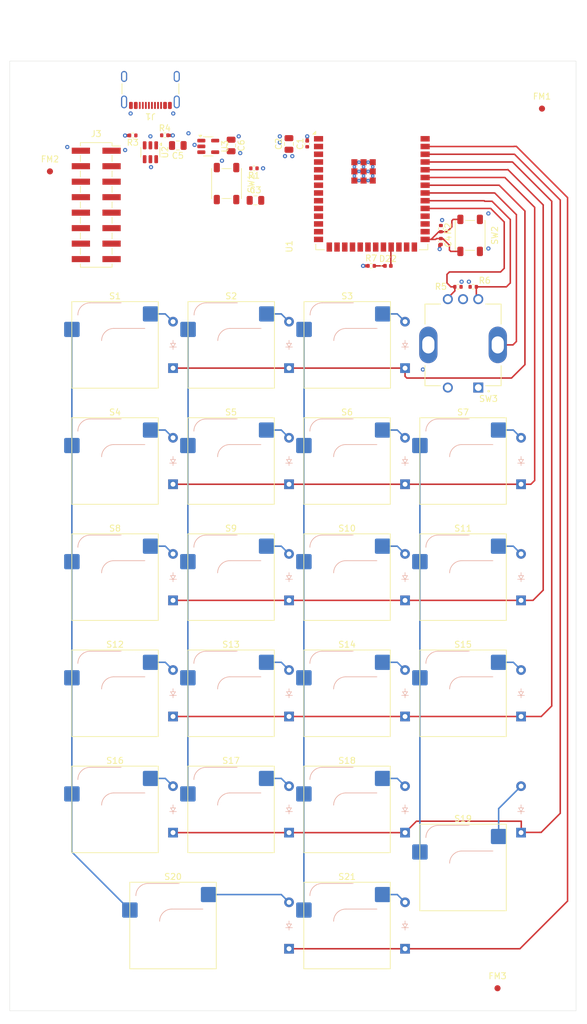
<source format=kicad_pcb>
(kicad_pcb (version 20240108) (generator "pcbnew") (generator_version "8.0")
  (layers (0 "F.Cu" signal) (1 "In1.Cu" signal) (2 "In2.Cu" signal) (31 "B.Cu" signal) (34 "B.Paste" user) (35 "F.Paste" user) (36 "B.SilkS" user "B.Silkscreen") (37 "F.SilkS" user "F.Silkscreen") (38 "B.Mask" user) (39 "F.Mask" user) (44 "Edge.Cuts" user))
  (net 0 "")
  (net 1 "GND")
  (net 2 "+3V3")
  (net 3 "/ESP32_EN")
  (net 4 "/ESP32_BOOT")
  (net 5 "/5V_IN")
  (net 6 "/Row_0")
  (net 7 "Net-(D1-A)")
  (net 8 "Net-(D2-A)")
  (net 9 "Net-(D3-A)")
  (net 10 "/Row_1")
  (net 11 "Net-(D4-A)")
  (net 12 "Net-(D5-A)")
  (net 13 "Net-(D6-A)")
  (net 14 "Net-(D7-A)")
  (net 15 "/Row_2")
  (net 16 "Net-(D8-A)")
  (net 17 "Net-(D9-A)")
  (net 18 "Net-(D10-A)")
  (net 19 "Net-(D11-A)")
  (net 20 "/Row_3")
  (net 21 "Net-(D12-A)")
  (net 22 "Net-(D13-A)")
  (net 23 "Net-(D14-A)")
  (net 24 "Net-(D15-A)")
  (net 25 "Net-(D16-A)")
  (net 26 "/Row_4")
  (net 27 "Net-(D17-A)")
  (net 28 "Net-(D18-A)")
  (net 29 "Net-(D19-A)")
  (net 30 "/Row_5")
  (net 31 "Net-(D20-A)")
  (net 32 "Net-(D21-A)")
  (net 33 "/LED_A")
  (net 34 "/LED_K")
  (net 35 "/USBC_D-")
  (net 36 "/USBC_D+")
  (net 37 "/USBC_CC2")
  (net 38 "/USB_CC1")
  (net 50 "/RE_B")
  (net 51 "/RE_A")
  (net 52 "/Col_0")
  (net 53 "/Col_1")
  (net 54 "/Col_2")
  (net 55 "/Col_3")
  (net 56 "/RE_SW")
  (net 61 "/ESP32_D+")
  (net 64 "/ESP32_D-")
  (net 67 "/SPI_MOSI")
  (net 68 "/SPI_SCLK")
  (net 69 "/SPI_CS")
  (net 70 "/SPI_DC")
  (net 71 "/SPI_RST")
  (footprint "Macropad_Libs:XDCR_PEC11R-4215F-S0024" (layer "F.Cu") (at 106.83875 80.9625 180)
    (property "Reference" "SW3")
    (property "Value" "RotaryEncoder_Switch")
  )
  (footprint "Button_Switch_SMD:SW_SPST_PTS647_Sx50" (layer "F.Cu") (at 108 63 -90)
    (property "Reference" "SW2")
    (property "Value" "BOOT")
  )
  (footprint "Connector_PinSocket_2.54mm:PinSocket_2x08_P2.54mm_Vertical_SMD" (layer "F.Cu") (at 46.6 58)
    (property "Reference" "J3")
    (property "Value" "2x8 GPIO for SPI")
  )
  (footprint "ScottoKeebs_Hotswap:Hotswap_MX_1.00u" (layer "F.Cu") (at 49.68875 119.0625)
    (property "Reference" "S8")
    (property "Value" "Keyswitch")
  )
  (footprint "Button_Switch_SMD:SW_SPST_PTS647_Sx50" (layer "F.Cu") (at 68 54.5 -90)
    (property "Reference" "SW1")
    (property "Value" "RESET")
  )
  (footprint "Package_TO_SOT_SMD:SOT-23-6" (layer "F.Cu") (at 55.5 49.3625 -90)
    (property "Reference" "U2")
    (property "Value" "USBLC6-2SC6")
  )
  (footprint "ScottoKeebs_Hotswap:Hotswap_MX_1.00u" (layer "F.Cu") (at 49.68875 80.9625)
    (property "Reference" "S1")
    (property "Value" "Keyswitch")
  )
  (footprint "Resistor_SMD:R_0402_1005Metric" (layer "F.Cu") (at 52.6 46.6 180)
    (property "Reference" "R3")
    (property "Value" "5k1")
  )
  (footprint "ScottoKeebs_Hotswap:Hotswap_MX_1.00u" (layer "F.Cu") (at 87.78875 176.2125)
    (property "Reference" "S21")
    (property "Value" "Keyswitch")
  )
  (footprint "RF_Module:ESP32-S3-WROOM-2" (layer "F.Cu") (at 91.86 52.41)
    (property "Reference" "U1")
    (property "Value" "ESP32-S3-WROOM-2")
  )
  (footprint "Fiducial:Fiducial_1mm_Mask2mm" (layer "F.Cu") (at 119.8 42.2)
    (property "Reference" "FM1")
    (property "Value" "Fiducial")
  )
  (footprint "Capacitor_SMD:C_0805_2012Metric" (layer "F.Cu") (at 72.75 57.25)
    (property "Reference" "C3")
    (property "Value" "1uF")
  )
  (footprint "Resistor_SMD:R_0402_1005Metric" (layer "F.Cu") (at 57.8625 46.58125)
    (property "Reference" "R4")
    (property "Value" "5k1")
  )
  (footprint "Fiducial:Fiducial_1mm_Mask2mm" (layer "F.Cu") (at 112.5 186.5)
    (property "Reference" "FM3")
    (property "Value" "Fiducial")
  )
  (footprint "ScottoKeebs_Hotswap:Hotswap_MX_1.00u" (layer "F.Cu") (at 87.81875 80.9625)
    (property "Reference" "S3")
    (property "Value" "Keyswitch")
  )
  (footprint "Resistor_SMD:R_0402_1005Metric" (layer "F.Cu") (at 108.51 71.4375)
    (property "Reference" "R6")
    (property "Value" "10k")
  )
  (footprint "Capacitor_SMD:C_0805_2012Metric" (layer "F.Cu") (at 68.75 48.25 -90)
    (property "Reference" "C6")
    (property "Value" "1uF")
  )
  (footprint "MountingHole:MountingHole_2.2mm_M2" (layer "F.Cu") (at 119.6 47.95)
    (property "Reference" "H1" (hide yes))
    (property "Value" "MountingHole")
  )
  (footprint "Resistor_SMD:R_0402_1005Metric" (layer "F.Cu") (at 103.2 61.89 -90)
    (property "Reference" "R2")
    (property "Value" "10k")
  )
  (footprint "MountingHole:MountingHole_2.2mm_M2" (layer "F.Cu") (at 37 48)
    (property "Reference" "H2" (hide yes))
    (property "Value" "MountingHole")
  )
  (footprint "Capacitor_SMD:C_0805_2012Metric" (layer "F.Cu") (at 60 48.25 180)
    (property "Reference" "C5")
    (property "Value" "1uF")
  )
  (footprint "ScottoKeebs_Hotswap:Hotswap_MX_1.00u" (layer "F.Cu") (at 49.68875 138.1125)
    (property "Reference" "S12")
    (property "Value" "Keyswitch")
  )
  (footprint "MountingHole:MountingHole_2.2mm_M2" (layer "F.Cu") (at 37 186.5)
    (property "Reference" "H4" (hide yes))
    (property "Value" "MountingHole")
  )
  (footprint "ScottoKeebs_Hotswap:Hotswap_MX_1.00u" (layer "F.Cu") (at 87.78875 138.1125)
    (property "Reference" "S14")
    (property "Value" "Keyswitch")
  )
  (footprint "LED_SMD:LED_0402_1005Metric" (layer "F.Cu") (at 94.5 68)
    (property "Reference" "D22")
    (property "Value" "LED")
  )
  (footprint "ScottoKeebs_Hotswap:Hotswap_MX_1.00u" (layer "F.Cu") (at 87.78875 100.0125)
    (property "Reference" "S6")
    (property "Value" "Keyswitch")
  )
  (footprint "ScottoKeebs_Hotswap:Hotswap_MX_1.00u" (layer "F.Cu") (at 106.83875 100.0125)
    (property "Reference" "S7")
    (property "Value" "Keyswitch")
  )
  (footprint "Package_TO_SOT_SMD:SOT-23-5" (layer "F.Cu") (at 65 48.4)
    (property "Reference" "U3")
    (property "Value" "MIC5365-3.3YD5")
  )
  (footprint "Resistor_SMD:R_0402_1005Metric" (layer "F.Cu") (at 106 71.4375)
    (property "Reference" "R5")
    (property "Value" "10k")
  )
  (footprint "ScottoKeebs_Hotswap:Hotswap_MX_1.00u" (layer "F.Cu") (at 68.73875 138.1125)
    (property "Reference" "S13")
    (property "Value" "Keyswitch")
  )
  (footprint "Capacitor_SMD:C_0805_2012Metric" (layer "F.Cu") (at 78.25 48 90)
    (property "Reference" "C2")
    (property "Value" "10uF")
  )
  (footprint "ScottoKeebs_Hotswap:Hotswap_MX_1.00u" (layer "F.Cu") (at 106.83875 119.0625)
    (property "Reference" "S11")
    (property "Value" "Keyswitch")
  )
  (footprint "ScottoKeebs_Hotswap:Hotswap_MX_1.00u" (layer "F.Cu") (at 68.76875 80.9625)
    (property "Reference" "S2")
    (property "Value" "Keyswitch")
  )
  (footprint "ScottoKeebs_Hotswap:Hotswap_MX_1.00u" (layer "F.Cu") (at 49.68875 100.0125)
    (property "Reference" "S4")
    (property "Value" "Keyswitch")
  )
  (footprint "ScottoKeebs_Hotswap:Hotswap_MX_1.00u" (layer "F.Cu") (at 68.73875 100.0125)
    (property "Reference" "S5")
    (property "Value" "Keyswitch")
  )
  (footprint "Capacitor_SMD:C_0402_1005Metric" (layer "F.Cu") (at 81.25 47.98 90)
    (property "Reference" "C1")
    (property "Value" "0u1F")
  )
  (footprint "ScottoKeebs_Hotswap:Hotswap_MX_1.00u" (layer "F.Cu") (at 87.78875 157.1625)
    (property "Reference" "S18")
    (property "Value" "Keyswitch")
  )
  (footprint "ScottoKeebs_Hotswap:Hotswap_MX_2.00u" (layer "F.Cu") (at 59.21375 176.2125)
    (property "Reference" "S20")
    (property "Value" "Keyswitch")
  )
  (footprint "ScottoKeebs_Hotswap:Hotswap_MX_1.00u" (layer "F.Cu") (at 106.83875 138.1125)
    (property "Reference" "S15")
    (property "Value" "Keyswitch")
  )
  (footprint "ScottoKeebs_Hotswap:Hotswap_MX_1.00u" (layer "F.Cu") (at 68.73875 157.1625)
    (property "Reference" "S17")
    (property "Value" "Keyswitch")
  )
  (footprint "ScottoKeebs_Hotswap:Hotswap_MX_1.00u" (layer "F.Cu") (at 68.73875 119.0625)
    (property "Reference" "S9")
    (property "Value" "Keyswitch")
  )
  (footprint "ScottoKeebs_Hotswap:Hotswap_MX_1.00u" (layer "F.Cu") (at 87.78875 119.0625)
    (property "Reference" "S10")
    (property "Value" "Keyswitch")
  )
  (footprint "Connector_USB:USB_C_Receptacle_GCT_USB4105-xx-A_16P_TopMnt_Horizontal" (layer "F.Cu") (at 55.5 38 180)
    (property "Reference" "J1")
    (property "Value" "USB_C_Receptacle_USB2.0_16P")
  )
  (footprint "ScottoKeebs_Hotswap:Hotswap_MX_1.00u" (layer "F.Cu") (at 49.68875 157.1625)
    (property "Reference" "S16")
    (property "Value" "Keyswitch")
  )
  (footprint "Resistor_SMD:R_0402_1005Metric" (layer "F.Cu") (at 72.5 52 180)
    (property "Reference" "R1")
    (property "Value" "10k")
  )
  (footprint "ScottoKeebs_Hotswap:Hotswap_MX_2.00u_90deg" (layer "F.Cu") (at 106.83875 166.6875)
    (property "Reference" "S19")
    (property "Value" "Keyswitch")
  )
  (footprint "Fiducial:Fiducial_1mm_Mask2mm" (layer "F.Cu") (at 39 52.5)
    (property "Reference" "FM2")
    (property "Value" "Fiducial")
  )
  (footprint "Resistor_SMD:R_0402_1005Metric" (layer "F.Cu") (at 91.75 68 180)
    (property "Reference" "R7")
    (property "Value" "220R")
  )
  (footprint "MountingHole:MountingHole_2.2mm_M2" (layer "F.Cu") (at 119.6 186.45)
    (property "Reference" "H3" (hide yes))
    (property "Value" "MountingHole")
  )
  (footprint "Capacitor_SMD:C_0402_1005Metric" (layer "F.Cu") (at 103.2 64 90)
    (property "Reference" "C4")
    (property "Value" "0u1F")
  )
  (footprint "ScottoKeebs_Components:Diode_DO-35" (layer "B.Cu") (at 59.21375 160.9725 90)
    (property "Reference" "D16" (hide yes))
    (property "Value" "D" (hide yes))
  )
  (footprint "ScottoKeebs_Components:Diode_DO-35" (layer "B.Cu") (at 78.26375 103.8225 90)
    (property "Reference" "D5" (hide yes))
    (property "Value" "D" (hide yes))
  )
  (footprint "ScottoKeebs_Components:Diode_DO-35" (layer "B.Cu") (at 97.31375 141.9225 90)
    (property "Reference" "D14" (hide yes))
    (property "Value" "D" (hide yes))
  )
  (footprint "ScottoKeebs_Components:Diode_DO-35" (layer "B.Cu") (at 78.26375 122.8725 90)
    (property "Reference" "D9" (hide yes))
    (property "Value" "D" (hide yes))
  )
  (footprint "ScottoKeebs_Components:Diode_DO-35" (layer "B.Cu") (at 59.21375 103.8225 90)
    (property "Reference" "D4" (hide yes))
    (property "Value" "D" (hide yes))
  )
  (footprint "ScottoKeebs_Components:Diode_DO-35" (layer "B.Cu") (at 59.21375 84.7725 90)
    (property "Reference" "D1" (hide yes))
    (property "Value" "D" (hide yes))
  )
  (footprint "ScottoKeebs_Components:Diode_DO-35" (layer "B.Cu") (at 78.26375 160.9725 90)
    (property "Reference" "D17" (hide yes))
    (property "Value" "D" (hide yes))
  )
  (footprint "ScottoKeebs_Components:Diode_DO-35" (layer "B.Cu") (at 116.36375 160.9725 90)
    (property "Reference" "D19" (hide yes))
    (property "Value" "D" (hide yes))
  )
  (footprint "ScottoKeebs_Components:Diode_DO-35" (layer "B.Cu") (at 97.31375 103.8225 90)
    (property "Reference" "D6" (hide yes))
    (property "Value" "D" (hide yes))
  )
  (footprint "ScottoKeebs_Components:Diode_DO-35" (layer "B.Cu") (at 97.31375 122.8725 90)
    (property "Reference" "D10" (hide yes))
    (property "Value" "D" (hide yes))
  )
  (footprint "ScottoKeebs_Components:Diode_DO-35" (layer "B.Cu") (at 78.26375 180.0225 90)
    (property "Reference" "D20" (hide yes))
    (property "Value" "D" (hide yes))
  )
  (footprint "ScottoKeebs_Components:Diode_DO-35" (layer "B.Cu") (at 97.31375 180.0225 90)
    (property "Reference" "D21" (hide yes))
    (property "Value" "D" (hide yes))
  )
  (footprint "ScottoKeebs_Components:Diode_DO-35" (layer "B.Cu") (at 78.26375 84.7725 90)
    (property "Reference" "D2" (hide yes))
    (property "Value" "D" (hide yes))
  )
  (footprint "ScottoKeebs_Components:Diode_DO-35" (layer "B.Cu") (at 97.31375 84.7725 90)
    (property "Reference" "D3" (hide yes))
    (property "Value" "D" (hide yes))
  )
  (footprint "ScottoKeebs_Components:Diode_DO-35" (layer "B.Cu") (at 59.21375 122.8725 90)
    (property "Reference" "D8" (hide yes))
    (property "Value" "D" (hide yes))
  )
  (footprint "ScottoKeebs_Components:Diode_DO-35" (layer "B.Cu") (at 116.36375 141.9225 90)
    (property "Reference" "D15" (hide yes))
    (property "Value" "D" (hide yes))
  )
  (footprint "ScottoKeebs_Components:Diode_DO-35" (layer "B.Cu") (at 59.21375 141.9225 90)
    (property "Reference" "D12" (hide yes))
    (property "Value" "D" (hide yes))
  )
  (footprint "ScottoKeebs_Components:Diode_DO-35" (layer "B.Cu") (at 116.36375 122.8725 90)
    (property "Reference" "D11" (hide yes))
    (property "Value" "D" (hide yes))
  )
  (footprint "ScottoKeebs_Components:Diode_DO-35" (layer "B.Cu") (at 116.36375 103.8225 90)
    (property "Reference" "D7" (hide yes))
    (property "Value" "D" (hide yes))
  )
  (footprint "ScottoKeebs_Components:Diode_DO-35" (layer "B.Cu") (at 97.31375 160.9725 90)
    (property "Reference" "D18" (hide yes))
    (property "Value" "D" (hide yes))
  )
  (footprint "ScottoKeebs_Components:Diode_DO-35" (layer "B.Cu") (at 78.26375 141.9225 90)
    (property "Reference" "D13" (hide yes))
    (property "Value" "D" (hide yes))
  )
  (gr_rect (start 32.4 34.4) (end 125.4 190.2) (stroke (width 0.05)) (fill none) (layer "Edge.Cuts"))
  (segment (start 103 64.5) (end 103 65.25) (width 0.5) (layer "F.Cu") (net 1))
  (segment (start 52.0875 46.61875) (end 51.3375 46.61875) (width 0.5) (layer "F.Cu") (net 1))
  (segment (start 58.425 46.6) (end 59.175 46.6) (width 0.5) (layer "F.Cu") (net 1))
  (segment (start 81.25 47.5) (end 81.25 46.75) (width 0.5) (layer "F.Cu") (net 1))
  (segment (start 91.175 68) (end 90.425 68) (width 0.5) (layer "F.Cu") (net 1))
  (via (at 70.25 49.5) (size 0.7) (drill 0.3) (layers "F.Cu" "B.Cu") (net 1))
  (via (at 90.425 68) (size 0.7) (drill 0.3) (layers "F.Cu" "B.Cu") (net 1))
  (via (at 81.25 46.75) (size 0.7) (drill 0.3) (layers "F.Cu" "B.Cu") (net 1))
  (via (at 59.175 46.6) (size 0.7) (drill 0.3) (layers "F.Cu" "B.Cu") (net 1))
  (via (at 51.35 49) (size 0.7) (drill 0.3) (layers "F.Cu" "B.Cu") (net 1))
  (via (at 76.75 46.75) (size 0.7) (drill 0.3) (layers "F.Cu" "B.Cu") (net 1))
  (via (at 103 65.25) (size 0.7) (drill 0.3) (layers "F.Cu" "B.Cu") (net 1))
  (via (at 55.5 46.75) (size 0.7) (drill 0.3) (layers "F.Cu" "B.Cu") (net 1))
  (via (at 51.3375 46.61875) (size 0.7) (drill 0.3) (layers "F.Cu" "B.Cu") (net 1))
  (via (at 111 65.15) (size 0.7) (drill 0.3) (layers "F.Cu" "B.Cu") (net 1))
  (via (at 76.75 47.75) (size 0.7) (drill 0.3) (layers "F.Cu" "B.Cu") (net 1))
  (via (at 100.25 85) (size 0.7) (drill 0.3) (layers "F.Cu" "B.Cu") (net 1))
  (via (at 61.75 46.25) (size 0.7) (drill 0.3) (layers "F.Cu" "B.Cu") (net 1))
  (via (at 62.75 48.15) (size 0.7) (drill 0.3) (layers "F.Cu" "B.Cu") (net 1))
  (via (at 52.25 43) (size 0.7) (drill 0.3) (layers "F.Cu" "B.Cu") (net 1))
  (via (at 67.25 50.75) (size 0.7) (drill 0.3) (layers "F.Cu" "B.Cu") (net 1))
  (via (at 111 59.4) (size 0.7) (drill 0.3) (layers "F.Cu" "B.Cu") (net 1))
  (via (at 59.25 43) (size 0.7) (drill 0.3) (layers "F.Cu" "B.Cu") (net 1))
  (via (at 78.8 50) (size 0.7) (drill 0.3) (layers "F.Cu" "B.Cu") (net 2))
  (via (at 70 46.75) (size 0.7) (drill 0.3) (layers "F.Cu" "B.Cu") (net 2))
  (via (at 74 52) (size 0.7) (drill 0.3) (layers "F.Cu" "B.Cu") (net 2))
  (via (at 77.6 50) (size 0.7) (drill 0.3) (layers "F.Cu" "B.Cu") (net 2))
  (via (at 41.85 48.5) (size 0.7) (drill 0.3) (layers "F.Cu" "B.Cu") (net 2))
  (via (at 106.6 70.6) (size 0.7) (drill 0.3) (layers "F.Cu" "B.Cu") (net 2))
  (via (at 107.8 70.6) (size 0.7) (drill 0.3) (layers "F.Cu" "B.Cu") (net 2))
  (via (at 103.4 60.49) (size 0.7) (drill 0.3) (layers "F.Cu" "B.Cu") (net 2))
  (segment (start 102.48 63.52) (end 102.34 63.66) (width 0.25) (layer "F.Cu") (net 4))
  (segment (start 106.4 60.375) (end 105.225 60.375) (width 0.25) (layer "F.Cu") (net 4))
  (segment (start 103.2 63.52) (end 102.48 63.52) (width 0.25) (layer "F.Cu") (net 4))
  (segment (start 105.225 60.375) (end 105 60.6) (width 0.25) (layer "F.Cu") (net 4))
  (segment (start 105 60.6) (end 105 61.6) (width 0.25) (layer "F.Cu") (net 4))
  (segment (start 104.6 65.4) (end 104.6 64.610001) (width 0.25) (layer "F.Cu") (net 4))
  (segment (start 102.86 62.4) (end 101.6 63.66) (width 0.25) (layer "F.Cu") (net 4))
  (segment (start 104.825 65.625) (end 104.6 65.4) (width 0.25) (layer "F.Cu") (net 4))
  (segment (start 103.509999 63.52) (end 103.2 63.52) (width 0.25) (layer "F.Cu") (net 4))
  (segment (start 103.2 62.4) (end 102.86 62.4) (width 0.25) (layer "F.Cu") (net 4))
  (segment (start 102.34 63.66) (end 100.61 63.66) (width 0.25) (layer "F.Cu") (net 4))
  (segment (start 104.6 64.610001) (end 103.509999 63.52) (width 0.25) (layer "F.Cu") (net 4))
  (segment (start 106.4 65.625) (end 104.825 65.625) (width 0.25) (layer "F.Cu") (net 4))
  (segment (start 101.6 63.66) (end 100.61 63.66) (width 0.25) (layer "F.Cu") (net 4))
  (segment (start 105 61.6) (end 104.2 62.4) (width 0.25) (layer "F.Cu") (net 4))
  (segment (start 104.2 62.4) (end 103.2 62.4) (width 0.25) (layer "F.Cu") (net 4))
  (via (at 55.6 51.8) (size 0.7) (drill 0.3) (layers "F.Cu" "B.Cu") (net 5))
  (segment (start 97.6 86.4) (end 114.8 86.4) (width 0.25) (layer "F.Cu") (net 6))
  (segment (start 97.31375 84.7725) (end 97.31375 86.11375) (width 0.25) (layer "F.Cu") (net 6))
  (segment (start 59.21375 84.7725) (end 78.26375 84.7725) (width 0.25) (layer "F.Cu") (net 6))
  (segment (start 117 59) (end 112.77 54.77) (width 0.25) (layer "F.Cu") (net 6))
  (segment (start 114.8 86.4) (end 117 84.2) (width 0.25) (layer "F.Cu") (net 6))
  (segment (start 78.26375 84.7725) (end 97.31375 84.7725) (width 0.25) (layer "F.Cu") (net 6))
  (segment (start 117 84.2) (end 117 59) (width 0.25) (layer "F.Cu") (net 6))
  (segment (start 112.77 54.77) (end 100.61 54.77) (width 0.25) (layer "F.Cu") (net 6))
  (segment (start 97.31375 86.11375) (end 97.6 86.4) (width 0.25) (layer "F.Cu") (net 6))
  (segment (start 57.94375 75.8825) (end 59.21375 77.1525) (width 0.25) (layer "B.Cu") (net 7))
  (segment (start 55.53075 75.8825) (end 57.94375 75.8825) (width 0.25) (layer "B.Cu") (net 7))
  (segment (start 76.99375 75.8825) (end 78.26375 77.1525) (width 0.25) (layer "B.Cu") (net 8))
  (segment (start 74.61075 75.8825) (end 76.99375 75.8825) (width 0.25) (layer "B.Cu") (net 8))
  (segment (start 96.04375 75.8825) (end 97.31375 77.1525) (width 0.25) (layer "B.Cu") (net 9))
  (segment (start 93.66075 75.8825) (end 96.04375 75.8825) (width 0.25) (layer "B.Cu") (net 9))
  (segment (start 78.26375 103.8225) (end 97.31375 103.8225) (width 0.25) (layer "F.Cu") (net 10))
  (segment (start 113.7 53.5) (end 100.61 53.5) (width 0.25) (layer "F.Cu") (net 10))
  (segment (start 118.6 103.2) (end 118.6 58.4) (width 0.25) (layer "F.Cu") (net 10))
  (segment (start 118.6 58.4) (end 113.7 53.5) (width 0.25) (layer "F.Cu") (net 10))
  (segment (start 59.21375 103.8225) (end 78.26375 103.8225) (width 0.25) (layer "F.Cu") (net 10))
  (segment (start 97.31375 103.8225) (end 116.36375 103.8225) (width 0.25) (layer "F.Cu") (net 10))
  (segment (start 116.36375 103.8225) (end 117.9775 103.8225) (width 0.25) (layer "F.Cu") (net 10))
  (segment (start 117.9775 103.8225) (end 118.6 103.2) (width 0.25) (layer "F.Cu") (net 10))
  (segment (start 57.94375 94.9325) (end 59.21375 96.2025) (width 0.25) (layer "B.Cu") (net 11))
  (segment (start 55.53075 94.9325) (end 57.94375 94.9325) (width 0.25) (layer "B.Cu") (net 11))
  (segment (start 76.99375 94.9325) (end 78.26375 96.2025) (width 0.25) (layer "B.Cu") (net 12))
  (segment (start 74.58075 94.9325) (end 76.99375 94.9325) (width 0.25) (layer "B.Cu") (net 12))
  (segment (start 93.63075 94.9325) (end 96.04375 94.9325) (width 0.25) (layer "B.Cu") (net 13))
  (segment (start 96.04375 94.9325) (end 97.31375 96.2025) (width 0.25) (layer "B.Cu") (net 13))
  (segment (start 115.09375 94.9325) (end 116.36375 96.2025) (width 0.25) (layer "B.Cu") (net 14))
  (segment (start 112.68075 94.9325) (end 115.09375 94.9325) (width 0.25) (layer "B.Cu") (net 14))
  (segment (start 114.17 52.23) (end 100.61 52.23) (width 0.25) (layer "F.Cu") (net 15))
  (segment (start 114.2 52.2) (end 114.17 52.23) (width 0.25) (layer "F.Cu") (net 15))
  (segment (start 120 121.2) (end 120 58) (width 0.25) (layer "F.Cu") (net 15))
  (segment (start 78.26375 122.8725) (end 97.31375 122.8725) (width 0.25) (layer "F.Cu") (net 15))
  (segment (start 116.36375 122.8725) (end 118.3275 122.8725) (width 0.25) (layer "F.Cu") (net 15))
  (segment (start 120 58) (end 114.2 52.2) (width 0.25) (layer "F.Cu") (net 15))
  (segment (start 97.31375 122.8725) (end 116.36375 122.8725) (width 0.25) (layer "F.Cu") (net 15))
  (segment (start 118.3275 122.8725) (end 120 121.2) (width 0.25) (layer "F.Cu") (net 15))
  (segment (start 59.21375 122.8725) (end 78.26375 122.8725) (width 0.25) (layer "F.Cu") (net 15))
  (segment (start 57.94375 113.9825) (end 59.21375 115.2525) (width 0.25) (layer "B.Cu") (net 16))
  (segment (start 55.53075 113.9825) (end 57.94375 113.9825) (width 0.25) (layer "B.Cu") (net 16))
  (segment (start 76.99375 113.9825) (end 78.26375 115.2525) (width 0.25) (layer "B.Cu") (net 17))
  (segment (start 74.58075 113.9825) (end 76.99375 113.9825) (width 0.25) (layer "B.Cu") (net 17))
  (segment (start 96.04375 113.9825) (end 97.31375 115.2525) (width 0.25) (layer "B.Cu") (net 18))
  (segment (start 93.63075 113.9825) (end 96.04375 113.9825) (width 0.25) (layer "B.Cu") (net 18))
  (segment (start 115.09375 113.9825) (end 116.36375 115.2525) (width 0.25) (layer "B.Cu") (net 19))
  (segment (start 112.68075 113.9825) (end 115.09375 113.9825) (width 0.25) (layer "B.Cu") (net 19))
  (segment (start 78.26375 141.86375) (end 78.3225 141.9225) (width 0.25) (layer "F.Cu") (net 20))
  (segment (start 78.26375 141.9225) (end 78.26375 141.86375) (width 0.25) (layer "F.Cu") (net 20))
  (segment (start 59.21375 141.9225) (end 78.26375 141.9225) (width 0.25) (layer "F.Cu") (net 20))
  (segment (start 116.36375 141.9225) (end 119.6775 141.9225) (width 0.25) (layer "F.Cu") (net 20))
  (segment (start 119.6775 141.9225) (end 121.4 140.2) (width 0.25) (layer "F.Cu") (net 20))
  (segment (start 114.96 50.96) (end 100.61 50.96) (width 0.25) (layer "F.Cu") (net 20))
  (segment (start 121.4 57.4) (end 114.96 50.96) (width 0.25) (layer "F.Cu") (net 20))
  (segment (start 121.4 140.2) (end 121.4 57.4) (width 0.25) (layer "F.Cu") (net 20))
  (segment (start 78.3225 141.9225) (end 97.31375 141.9225) (width 0.25) (layer "F.Cu") (net 20))
  (segment (start 97.31375 141.9225) (end 116.36375 141.9225) (width 0.25) (layer "F.Cu") (net 20))
  (segment (start 57.94375 133.0325) (end 59.21375 134.3025) (width 0.25) (layer "B.Cu") (net 21))
  (segment (start 55.53075 133.0325) (end 57.94375 133.0325) (width 0.25) (layer "B.Cu") (net 21))
  (segment (start 76.99375 133.0325) (end 78.26375 134.3025) (width 0.25) (layer "B.Cu") (net 22))
  (segment (start 74.58075 133.0325) (end 76.99375 133.0325) (width 0.25) (layer "B.Cu") (net 22))
  (segment (start 96.04375 133.0325) (end 97.31375 134.3025) (width 0.25) (layer "B.Cu") (net 23))
  (segment (start 93.63075 133.0325) (end 96.04375 133.0325) (width 0.25) (layer "B.Cu") (net 23))
  (segment (start 115.09375 133.0325) (end 116.36375 134.3025) (width 0.25) (layer "B.Cu") (net 24))
  (segment (start 112.68075 133.0325) (end 115.09375 133.0325) (width 0.25) (layer "B.Cu") (net 24))
  (segment (start 55.53075 152.0825) (end 57.94375 152.0825) (width 0.25) (layer "B.Cu") (net 25))
  (segment (start 57.94375 152.0825) (end 59.21375 153.3525) (width 0.25) (layer "B.Cu") (net 25))
  (segment (start 122.8 57.2) (end 122.8 157.8) (width 0.25) (layer "F.Cu") (net 26))
  (segment (start 116.4 160.93625) (end 116.36375 160.9725) (width 0.25) (layer "F.Cu") (net 26))
  (segment (start 59.21375 160.9725) (end 78.26375 160.9725) (width 0.25) (layer "F.Cu") (net 26))
  (segment (start 115.29 49.69) (end 122.8 57.2) (width 0.25) (layer "F.Cu") (net 26))
  (segment (start 122.8 157.8) (end 119.66375 160.93625) (width 0.25) (layer "F.Cu") (net 26))
  (segment (start 116.4 160.93625) (end 119.56375 160.93625) (width 0.25) (layer "F.Cu") (net 26))
  (segment (start 116.4 159.1) (end 116.4 160.93625) (width 0.25) (layer "F.Cu") (net 26))
  (segment (start 78.26375 160.9725) (end 97.31375 160.9725) (width 0.25) (layer "F.Cu") (net 26))
  (segment (start 97.31375 160.9725) (end 99.18625 159.1) (width 0.25) (layer "F.Cu") (net 26))
  (segment (start 119.66375 160.93625) (end 119.4 160.93625) (width 0.25) (layer "F.Cu") (net 26))
  (segment (start 99.18625 159.1) (end 116.4 159.1) (width 0.25) (layer "F.Cu") (net 26))
  (segment (start 100.61 49.69) (end 115.29 49.69) (width 0.25) (layer "F.Cu") (net 26))
  (segment (start 74.58075 152.0825) (end 76.99375 152.0825) (width 0.25) (layer "B.Cu") (net 27))
  (segment (start 76.99375 152.0825) (end 78.26375 153.3525) (width 0.25) (layer "B.Cu") (net 27))
  (segment (start 96.04375 152.0825) (end 97.31375 153.3525) (width 0.25) (layer "B.Cu") (net 28))
  (segment (start 93.63075 152.0825) (end 96.04375 152.0825) (width 0.25) (layer "B.Cu") (net 28))
  (segment (start 112.68075 161.6075) (end 112.68075 157.0355) (width 0.25) (layer "B.Cu") (net 29))
  (segment (start 112.68075 157.0355) (end 116.36375 153.3525) (width 0.25) (layer "B.Cu") (net 29))
  (segment (start 78.26375 180.0225) (end 97.31375 180.0225) (width 0.25) (layer "F.Cu") (net 30))
  (segment (start 124 172.2) (end 124 56.8) (width 0.25) (layer "F.Cu") (net 30))
  (segment (start 115.2 48.4) (end 115.18 48.42) (width 0.25) (layer "F.Cu") (net 30))
  (segment (start 124 56.8) (end 115.6 48.4) (width 0.25) (layer "F.Cu") (net 30))
  (segment (start 116.1775 180.0225) (end 124 172.2) (width 0.25) (layer "F.Cu") (net 30))
  (segment (start 115.18 48.42) (end 100.61 48.42) (width 0.25) (layer "F.Cu") (net 30))
  (segment (start 115.6 48.4) (end 115.2 48.4) (width 0.25) (layer "F.Cu") (net 30))
  (segment (start 97.31375 180.0225) (end 116.1775 180.0225) (width 0.25) (layer "F.Cu") (net 30))
  (segment (start 76.99375 171.1325) (end 78.26375 172.4025) (width 0.25) (layer "B.Cu") (net 31))
  (segment (start 65.05575 171.1325) (end 76.99375 171.1325) (width 0.25) (layer "B.Cu") (net 31))
  (segment (start 93.63075 171.1325) (end 96.04375 171.1325) (width 0.25) (layer "B.Cu") (net 32))
  (segment (start 96.04375 171.1325) (end 97.31375 172.4025) (width 0.25) (layer "B.Cu") (net 32))
  (segment (start 94.985 64.96) (end 95.035 64.91) (width 0.25) (layer "F.Cu") (net 33))
  (segment (start 94.985 68) (end 94.985 64.96) (width 0.25) (layer "F.Cu") (net 33))
  (segment (start 92.26 68) (end 94.015 68) (width 0.25) (layer "F.Cu") (net 34))
  (segment (start 113.6 60.8) (end 111.38 58.58) (width 0.25) (layer "F.Cu") (net 50))
  (segment (start 105.49 71.4375) (end 104.8375 71.4375) (width 0.25) (layer "F.Cu") (net 50))
  (segment (start 104.33875 73.26125) (end 105.49 72.11) (width 0.25) (layer "F.Cu") (net 50))
  (segment (start 104.6 69) (end 113 69) (width 0.25) (layer "F.Cu") (net 50))
  (segment (start 104.2 69.4) (end 104.6 69) (width 0.25) (layer "F.Cu") (net 50))
  (segment (start 113 69) (end 113.6 68.4) (width 0.25) (layer "F.Cu") (net 50))
  (segment (start 111.38 58.58) (end 100.61 58.58) (width 0.25) (layer "F.Cu") (net 50))
  (segment (start 113.6 68.4) (end 113.6 60.8) (width 0.25) (layer "F.Cu") (net 50))
  (segment (start 105.49 72.11) (end 105.49 71.4375) (width 0.25) (layer "F.Cu") (net 50))
  (segment (start 104.2 70.8) (end 104.2 69.4) (width 0.25) (layer "F.Cu") (net 50))
  (segment (start 104.33875 73.4625) (end 104.33875 73.26125) (width 0.25) (layer "F.Cu") (net 50))
  (segment (start 104.8375 71.4375) (end 104.2 70.8) (width 0.25) (layer "F.Cu") (net 50))
  (segment (start 113.9625 71.4375) (end 114.6 70.8) (width 0.25) (layer "F.Cu") (net 51))
  (segment (start 114.6 70.8) (end 114.6 60.4) (width 0.25) (layer "F.Cu") (net 51))
  (segment (start 111.6 57.4) (end 110.4 57.4) (width 0.25) (layer "F.Cu") (net 51))
  (segment (start 114.6 60.4) (end 111.6 57.4) (width 0.25) (layer "F.Cu") (net 51))
  (segment (start 109.4 73.4) (end 109.02 73.02) (width 0.25) (layer "F.Cu") (net 51))
  (segment (start 109.33875 73.4625) (end 109.33875 73.46125) (width 0.25) (layer "F.Cu") (net 51))
  (segment (start 110.4 57.4) (end 110.31 57.31) (width 0.25) (layer "F.Cu") (net 51))
  (segment (start 109.33875 73.46125) (end 109.4 73.4) (width 0.25) (layer "F.Cu") (net 51))
  (segment (start 109.02 73.02) (end 109.02 71.4375) (width 0.25) (layer "F.Cu") (net 51))
  (segment (start 110.31 57.31) (end 100.61 57.31) (width 0.25) (layer "F.Cu") (net 51))
  (segment (start 109.02 71.4375) (end 113.9625 71.4375) (width 0.25) (layer "F.Cu") (net 51))
  (segment (start 42.60375 135.5725) (end 42.60375 116.5225) (width 0.25) (layer "B.Cu") (net 52))
  (segment (start 42.60375 116.5225) (end 42.60375 116.6) (width 0.25) (layer "B.Cu") (net 52))
  (segment (start 52.12875 173.6725) (end 42.60375 164.1475) (width 0.25) (layer "B.Cu") (net 52))
  (segment (start 42.60375 116.5225) (end 42.60375 97.4725) (width 0.25) (layer "B.Cu") (net 52))
  (segment (start 42.60375 154.6225) (end 42.60375 135.5725) (width 0.25) (layer "B.Cu") (net 52))
  (segment (start 42.60375 97.4725) (end 42.60375 78.4225) (width 0.25) (layer "B.Cu") (net 52))
  (segment (start 42.60375 164.1475) (end 42.60375 154.6225) (width 0.25) (layer "B.Cu") (net 52))
  (segment (start 61.65375 116.5225) (end 61.65375 97.4725) (width 0.25) (layer "B.Cu") (net 53))
  (segment (start 61.65375 97.25375) (end 61.68375 97.22375) (width 0.25) (layer "B.Cu") (net 53))
  (segment (start 61.65375 97.4725) (end 61.65375 97.25375) (width 0.25) (layer "B.Cu") (net 53))
  (segment (start 61.68375 97.22375) (end 61.68375 78.4225) (width 0.25) (layer "B.Cu") (net 53))
  (segment (start 61.65375 154.6225) (end 61.65375 135.5725) (width 0.25) (layer "B.Cu") (net 53))
  (segment (start 61.65375 135.5725) (end 61.65375 116.5225) (width 0.25) (layer "B.Cu") (net 53))
  (segment (start 80.70375 116.5225) (end 80.70375 135.5725) (width 0.25) (layer "B.Cu") (net 54))
  (segment (start 80.70375 97.4725) (end 80.70375 116.5225) (width 0.25) (layer "B.Cu") (net 54))
  (segment (start 80.70375 154.6225) (end 80.70375 173.6725) (width 0.25) (layer "B.Cu") (net 54))
  (segment (start 80.73375 97.4425) (end 80.70375 97.4725) (width 0.25) (layer "B.Cu") (net 54))
  (segment (start 80.70375 135.5725) (end 80.70375 154.6225) (width 0.25) (layer "B.Cu") (net 54))
  (segment (start 80.73375 78.4225) (end 80.73375 97.4425) (width 0.25) (layer "B.Cu") (net 54))
  (segment (start 99.75375 164.1475) (end 99.75375 135.5725) (width 0.25) (layer "B.Cu") (net 55))
  (segment (start 99.75375 116.5225) (end 99.75375 97.4725) (width 0.25) (layer "B.Cu") (net 55))
  (segment (start 99.75375 135.5725) (end 99.75375 116.5225) (width 0.25) (layer "B.Cu") (net 55))
  (segment (start 112.53875 80.9625) (end 115.0375 80.9625) (width 0.25) (layer "F.Cu") (net 56))
  (segment (start 115.0375 80.9625) (end 115.6 80.4) (width 0.25) (layer "F.Cu") (net 56))
  (segment (start 115.6 80.4) (end 115.6 59.6) (width 0.25) (layer "F.Cu") (net 56))
  (segment (start 112.04 56.04) (end 100.61 56.04) (width 0.25) (layer "F.Cu") (net 56))
  (segment (start 115.6 59.6) (end 112.04 56.04) (width 0.25) (layer "F.Cu") (net 56))
)
</source>
